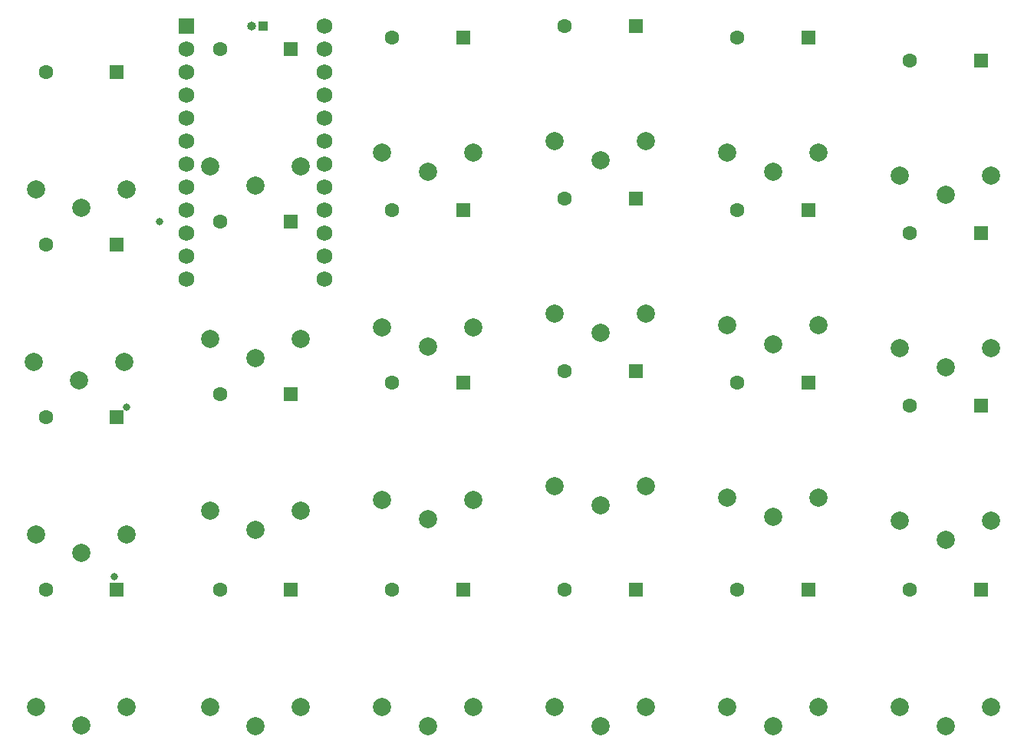
<source format=gbr>
%TF.GenerationSoftware,KiCad,Pcbnew,5.1.9*%
%TF.CreationDate,2021-01-06T03:20:38-06:00*%
%TF.ProjectId,halfboard,68616c66-626f-4617-9264-2e6b69636164,rev?*%
%TF.SameCoordinates,Original*%
%TF.FileFunction,Copper,L2,Inr*%
%TF.FilePolarity,Positive*%
%FSLAX46Y46*%
G04 Gerber Fmt 4.6, Leading zero omitted, Abs format (unit mm)*
G04 Created by KiCad (PCBNEW 5.1.9) date 2021-01-06 03:20:38*
%MOMM*%
%LPD*%
G01*
G04 APERTURE LIST*
%TA.AperFunction,ComponentPad*%
%ADD10O,1.000000X1.000000*%
%TD*%
%TA.AperFunction,ComponentPad*%
%ADD11R,1.000000X1.000000*%
%TD*%
%TA.AperFunction,ComponentPad*%
%ADD12C,2.000000*%
%TD*%
%TA.AperFunction,ComponentPad*%
%ADD13R,1.600000X1.600000*%
%TD*%
%TA.AperFunction,ComponentPad*%
%ADD14C,1.600000*%
%TD*%
%TA.AperFunction,ComponentPad*%
%ADD15C,1.752600*%
%TD*%
%TA.AperFunction,ComponentPad*%
%ADD16R,1.752600X1.752600*%
%TD*%
%TA.AperFunction,ViaPad*%
%ADD17C,0.800000*%
%TD*%
G04 APERTURE END LIST*
D10*
%TO.N,BAT_SW*%
%TO.C,BAT*%
X71120000Y-49530000D03*
D11*
%TO.N,BAT0*%
X72390000Y-49530000D03*
%TD*%
D12*
%TO.N,col5_row0*%
%TO.C, *%
X142732303Y-66059730D03*
%TO.N,col5*%
X147732303Y-68159730D03*
%TO.N,col5_row0*%
X152732303Y-66059730D03*
%TD*%
D13*
%TO.N,row0*%
%TO.C,D0*%
X151632303Y-53340000D03*
D14*
%TO.N,col5_row0*%
X143832303Y-53340000D03*
%TD*%
D12*
%TO.N,col5_row1*%
%TO.C, *%
X142732303Y-85109730D03*
%TO.N,col5*%
X147732303Y-87209730D03*
%TO.N,col5_row1*%
X152732303Y-85109730D03*
%TD*%
D13*
%TO.N,row1*%
%TO.C,D0*%
X151632303Y-72390000D03*
D14*
%TO.N,col5_row1*%
X143832303Y-72390000D03*
%TD*%
D12*
%TO.N,col5_row2*%
%TO.C, *%
X142732303Y-104159730D03*
%TO.N,col5*%
X147732303Y-106259730D03*
%TO.N,col5_row2*%
X152732303Y-104159730D03*
%TD*%
D13*
%TO.N,row2*%
%TO.C,D0*%
X151632303Y-91440000D03*
D14*
%TO.N,col5_row2*%
X143832303Y-91440000D03*
%TD*%
D12*
%TO.N,col5_row3*%
%TO.C, *%
X142732303Y-124733730D03*
%TO.N,col5*%
X147732303Y-126833730D03*
%TO.N,col5_row3*%
X152732303Y-124733730D03*
%TD*%
D13*
%TO.N,row3*%
%TO.C,D0*%
X151632303Y-111760000D03*
D14*
%TO.N,col5_row3*%
X143832303Y-111760000D03*
%TD*%
D12*
%TO.N,col4_row3*%
%TO.C, *%
X123682303Y-124733730D03*
%TO.N,col4*%
X128682303Y-126833730D03*
%TO.N,col4_row3*%
X133682303Y-124733730D03*
%TD*%
D13*
%TO.N,row3*%
%TO.C,D0*%
X132582303Y-111760000D03*
D14*
%TO.N,col4_row3*%
X124782303Y-111760000D03*
%TD*%
D12*
%TO.N,col3_row3*%
%TO.C, *%
X104632303Y-124733730D03*
%TO.N,col3*%
X109632303Y-126833730D03*
%TO.N,col3_row3*%
X114632303Y-124733730D03*
%TD*%
D13*
%TO.N,row3*%
%TO.C,D0*%
X113532303Y-111760000D03*
D14*
%TO.N,col3_row3*%
X105732303Y-111760000D03*
%TD*%
D12*
%TO.N,col2_row3*%
%TO.C, *%
X85582303Y-124733730D03*
%TO.N,col2*%
X90582303Y-126833730D03*
%TO.N,col2_row3*%
X95582303Y-124733730D03*
%TD*%
D13*
%TO.N,row3*%
%TO.C,D0*%
X94482303Y-111760000D03*
D14*
%TO.N,col2_row3*%
X86682303Y-111760000D03*
%TD*%
D12*
%TO.N,col4_row2*%
%TO.C, *%
X123682303Y-101619730D03*
%TO.N,col4*%
X128682303Y-103719730D03*
%TO.N,col4_row2*%
X133682303Y-101619730D03*
%TD*%
D13*
%TO.N,row2*%
%TO.C,D0*%
X132582303Y-88900000D03*
D14*
%TO.N,col4_row2*%
X124782303Y-88900000D03*
%TD*%
D12*
%TO.N,col4_row1*%
%TO.C, *%
X123682303Y-82569730D03*
%TO.N,col4*%
X128682303Y-84669730D03*
%TO.N,col4_row1*%
X133682303Y-82569730D03*
%TD*%
D13*
%TO.N,row1*%
%TO.C,D0*%
X132582303Y-69850000D03*
D14*
%TO.N,col4_row1*%
X124782303Y-69850000D03*
%TD*%
D12*
%TO.N,col4_row0*%
%TO.C, *%
X123682303Y-63519730D03*
%TO.N,col4*%
X128682303Y-65619730D03*
%TO.N,col4_row0*%
X133682303Y-63519730D03*
%TD*%
D13*
%TO.N,row0*%
%TO.C,D0*%
X132582303Y-50800000D03*
D14*
%TO.N,col4_row0*%
X124782303Y-50800000D03*
%TD*%
D12*
%TO.N,col3_row0*%
%TO.C, *%
X104632303Y-62249730D03*
%TO.N,col3*%
X109632303Y-64349730D03*
%TO.N,col3_row0*%
X114632303Y-62249730D03*
%TD*%
D13*
%TO.N,row0*%
%TO.C,D0*%
X113532303Y-49530000D03*
D14*
%TO.N,col3_row0*%
X105732303Y-49530000D03*
%TD*%
D12*
%TO.N,col3_row1*%
%TO.C, *%
X104632303Y-81299730D03*
%TO.N,col3*%
X109632303Y-83399730D03*
%TO.N,col3_row1*%
X114632303Y-81299730D03*
%TD*%
D13*
%TO.N,row1*%
%TO.C,D0*%
X113532303Y-68580000D03*
D14*
%TO.N,col3_row1*%
X105732303Y-68580000D03*
%TD*%
D12*
%TO.N,col3_row2*%
%TO.C, *%
X104632303Y-100349730D03*
%TO.N,col3*%
X109632303Y-102449730D03*
%TO.N,col3_row2*%
X114632303Y-100349730D03*
%TD*%
D13*
%TO.N,row2*%
%TO.C,D0*%
X113532303Y-87630000D03*
D14*
%TO.N,col3_row2*%
X105732303Y-87630000D03*
%TD*%
D12*
%TO.N,col2_row2*%
%TO.C, *%
X85582303Y-101873730D03*
%TO.N,col2*%
X90582303Y-103973730D03*
%TO.N,col2_row2*%
X95582303Y-101873730D03*
%TD*%
D13*
%TO.N,row2*%
%TO.C,D0*%
X94482303Y-88900000D03*
D14*
%TO.N,col2_row2*%
X86682303Y-88900000D03*
%TD*%
D12*
%TO.N,col2_row1*%
%TO.C, *%
X85582303Y-82823730D03*
%TO.N,col2*%
X90582303Y-84923730D03*
%TO.N,col2_row1*%
X95582303Y-82823730D03*
%TD*%
D13*
%TO.N,row1*%
%TO.C,D0*%
X94482303Y-69850000D03*
D14*
%TO.N,col2_row1*%
X86682303Y-69850000D03*
%TD*%
D12*
%TO.N,col2_row0*%
%TO.C, *%
X85582303Y-63519730D03*
%TO.N,col2*%
X90582303Y-65619730D03*
%TO.N,col2_row0*%
X95582303Y-63519730D03*
%TD*%
D13*
%TO.N,row0*%
%TO.C,D0*%
X94482303Y-50800000D03*
D14*
%TO.N,col2_row0*%
X86682303Y-50800000D03*
%TD*%
D12*
%TO.N,col1_row0*%
%TO.C, *%
X66589231Y-65043730D03*
%TO.N,col1*%
X71589231Y-67143730D03*
%TO.N,col1_row0*%
X76589231Y-65043730D03*
%TD*%
D13*
%TO.N,row0*%
%TO.C,D0*%
X75489231Y-52070000D03*
D14*
%TO.N,col1_row0*%
X67689231Y-52070000D03*
%TD*%
D12*
%TO.N,col1_row1*%
%TO.C, *%
X66589231Y-84091829D03*
%TO.N,col1*%
X71589231Y-86191829D03*
%TO.N,col1_row1*%
X76589231Y-84091829D03*
%TD*%
D13*
%TO.N,row1*%
%TO.C,D0*%
X75489231Y-71120000D03*
D14*
%TO.N,col1_row1*%
X67689231Y-71120000D03*
%TD*%
D12*
%TO.N,col1_row2*%
%TO.C, *%
X66589231Y-103100230D03*
%TO.N,col1*%
X71589231Y-105200230D03*
%TO.N,col1_row2*%
X76589231Y-103100230D03*
%TD*%
D13*
%TO.N,row2*%
%TO.C,D0*%
X75489231Y-90170000D03*
D14*
%TO.N,col1_row2*%
X67689231Y-90170000D03*
%TD*%
D12*
%TO.N,col1_row3*%
%TO.C, *%
X66589231Y-124733730D03*
%TO.N,col1*%
X71589231Y-126833730D03*
%TO.N,col1_row3*%
X76589231Y-124733730D03*
%TD*%
D13*
%TO.N,row3*%
%TO.C,D0*%
X75489231Y-111760000D03*
D14*
%TO.N,col1_row3*%
X67689231Y-111760000D03*
%TD*%
D12*
%TO.N,col0_row3*%
%TO.C, *%
X47324000Y-124704000D03*
%TO.N,col0*%
X52324000Y-126804000D03*
%TO.N,col0_row3*%
X57324000Y-124704000D03*
%TD*%
D13*
%TO.N,row3*%
%TO.C,D0*%
X56224000Y-111760000D03*
D14*
%TO.N,col0_row3*%
X48424000Y-111760000D03*
%TD*%
D12*
%TO.N,col0_row2*%
%TO.C, *%
X47324000Y-105654000D03*
%TO.N,col0*%
X52324000Y-107754000D03*
%TO.N,col0_row2*%
X57324000Y-105654000D03*
%TD*%
D13*
%TO.N,row2*%
%TO.C,D0*%
X56224000Y-92710000D03*
D14*
%TO.N,col0_row2*%
X48424000Y-92710000D03*
%TD*%
D12*
%TO.N,col0_row1*%
%TO.C, *%
X47070000Y-86604000D03*
%TO.N,col0*%
X52070000Y-88704000D03*
%TO.N,col0_row1*%
X57070000Y-86604000D03*
%TD*%
D13*
%TO.N,row1*%
%TO.C,D0*%
X56224000Y-73660000D03*
D14*
%TO.N,col0_row1*%
X48424000Y-73660000D03*
%TD*%
D12*
%TO.N,col0_row0*%
%TO.C, *%
X57324000Y-67554000D03*
%TO.N,col0*%
X52324000Y-69654000D03*
%TO.N,col0_row0*%
X47324000Y-67554000D03*
%TD*%
D14*
%TO.N,col0_row0*%
%TO.C,D0*%
X48424000Y-54610000D03*
D13*
%TO.N,row0*%
X56224000Y-54610000D03*
%TD*%
D15*
%TO.N,BAT0*%
%TO.C,U1*%
X79209231Y-49530000D03*
%TO.N,col3*%
X63969231Y-77470000D03*
%TO.N,BAT_GND*%
X79209231Y-52070000D03*
%TO.N,RESET*%
X79209231Y-54610000D03*
%TO.N,N/C*%
X79209231Y-57150000D03*
X79209231Y-59690000D03*
X79209231Y-62230000D03*
X79209231Y-64770000D03*
X79209231Y-67310000D03*
X79209231Y-69850000D03*
X79209231Y-72390000D03*
%TO.N,col5*%
X79209231Y-74930000D03*
%TO.N,col4*%
X79209231Y-77470000D03*
%TO.N,col2*%
X63969231Y-74930000D03*
%TO.N,col1*%
X63969231Y-72390000D03*
%TO.N,col0*%
X63969231Y-69850000D03*
%TO.N,row3*%
X63969231Y-67310000D03*
%TO.N,row2*%
X63969231Y-64770000D03*
%TO.N,row1*%
X63969231Y-62230000D03*
%TO.N,row0*%
X63969231Y-59690000D03*
%TO.N,N/C*%
X63969231Y-57150000D03*
%TO.N,RESET_GND*%
X63969231Y-54610000D03*
%TO.N,N/C*%
X63969231Y-52070000D03*
D16*
X63969231Y-49530000D03*
%TD*%
D17*
%TO.N,row3*%
X60960000Y-71120000D03*
X60960000Y-71120000D03*
X55998999Y-110371001D03*
%TO.N,row2*%
X57322000Y-91612000D03*
%TD*%
M02*

</source>
